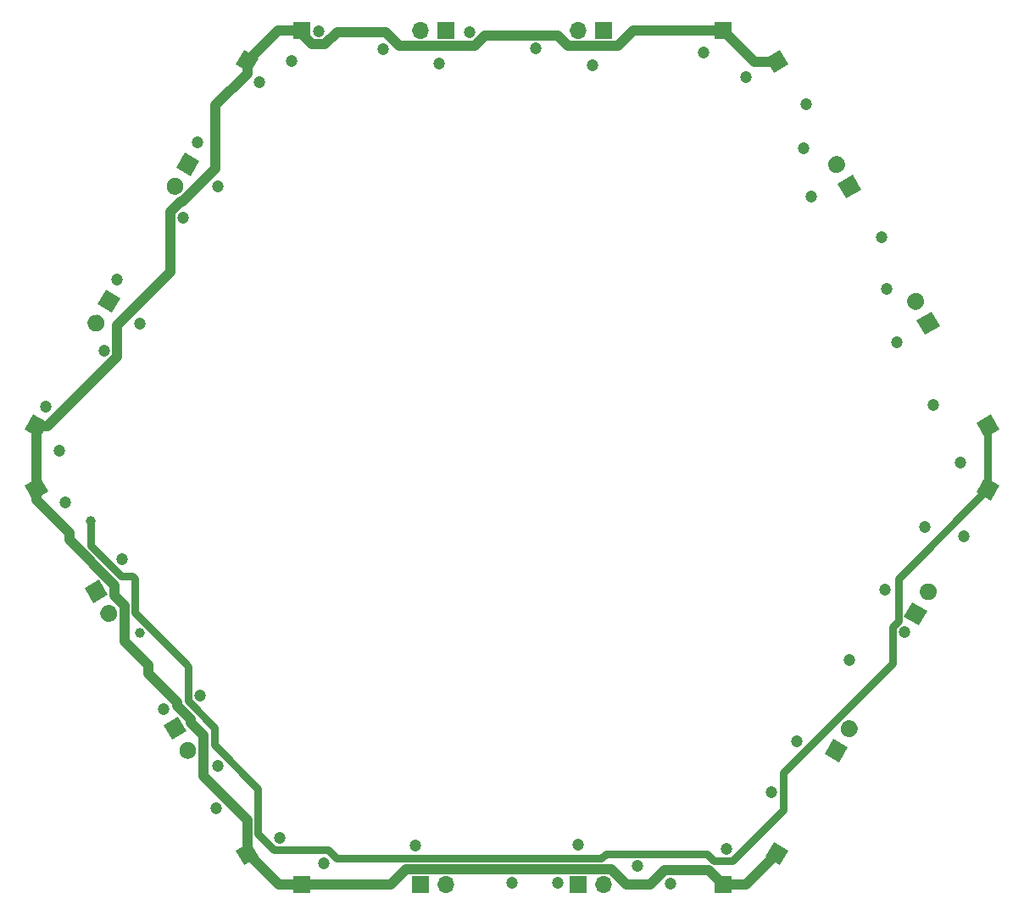
<source format=gbl>
%TF.GenerationSoftware,KiCad,Pcbnew,(5.1.6-0-10_14)*%
%TF.CreationDate,2022-03-25T15:42:39-05:00*%
%TF.ProjectId,ws2812b_hexagon_BACKUP_20220323,77733238-3132-4625-9f68-657861676f6e,rev?*%
%TF.SameCoordinates,Original*%
%TF.FileFunction,Copper,L4,Bot*%
%TF.FilePolarity,Positive*%
%FSLAX46Y46*%
G04 Gerber Fmt 4.6, Leading zero omitted, Abs format (unit mm)*
G04 Created by KiCad (PCBNEW (5.1.6-0-10_14)) date 2022-03-25 15:42:39*
%MOMM*%
%LPD*%
G01*
G04 APERTURE LIST*
%TA.AperFunction,ComponentPad*%
%ADD10C,0.100000*%
%TD*%
%TA.AperFunction,ComponentPad*%
%ADD11R,1.700000X1.700000*%
%TD*%
%TA.AperFunction,ComponentPad*%
%ADD12O,1.700000X1.700000*%
%TD*%
%TA.AperFunction,ViaPad*%
%ADD13C,1.200000*%
%TD*%
%TA.AperFunction,ViaPad*%
%ADD14C,1.000000*%
%TD*%
%TA.AperFunction,Conductor*%
%ADD15C,0.250000*%
%TD*%
%TA.AperFunction,Conductor*%
%ADD16C,1.000000*%
%TD*%
%TA.AperFunction,Conductor*%
%ADD17C,0.750000*%
%TD*%
G04 APERTURE END LIST*
%TO.P,J22,2*%
%TO.N,GND*%
%TA.AperFunction,ComponentPad*%
G36*
G01*
X132110329Y-136301694D02*
X132110329Y-136301694D01*
G75*
G02*
X132421451Y-135140572I736122J425000D01*
G01*
X132421451Y-135140572D01*
G75*
G02*
X133582573Y-135451694I425000J-736122D01*
G01*
X133582573Y-135451694D01*
G75*
G02*
X133271451Y-136612816I-736122J-425000D01*
G01*
X133271451Y-136612816D01*
G75*
G02*
X132110329Y-136301694I-425000J736122D01*
G01*
G37*
%TD.AperFunction*%
%TA.AperFunction,ComponentPad*%
D10*
%TO.P,J22,1*%
%TO.N,+5V*%
G36*
X131265329Y-134838111D02*
G01*
X130415329Y-133365867D01*
X131887573Y-132515867D01*
X132737573Y-133988111D01*
X131265329Y-134838111D01*
G37*
%TD.AperFunction*%
%TD*%
D11*
%TO.P,J18,1*%
%TO.N,+5V*%
X171862651Y-149293748D03*
D12*
%TO.P,J18,2*%
%TO.N,GND*%
X174402651Y-149293748D03*
%TD*%
D11*
%TO.P,J17,1*%
%TO.N,/in*%
X186284307Y-149292789D03*
%TD*%
%TO.P,J20,1*%
%TO.N,/in*%
X144197683Y-149296615D03*
%TD*%
%TA.AperFunction,ComponentPad*%
D10*
%TO.P,J21,1*%
%TO.N,/in*%
G36*
X139099231Y-145004909D02*
G01*
X139949231Y-146477153D01*
X138476987Y-147327153D01*
X137626987Y-145854909D01*
X139099231Y-145004909D01*
G37*
%TD.AperFunction*%
%TD*%
%TA.AperFunction,ComponentPad*%
%TO.P,J23,1*%
%TO.N,GND*%
G36*
X123368103Y-121156510D02*
G01*
X122518103Y-119684266D01*
X123990347Y-118834266D01*
X124840347Y-120306510D01*
X123368103Y-121156510D01*
G37*
%TD.AperFunction*%
%TO.P,J23,2*%
%TO.N,+5V*%
%TA.AperFunction,ComponentPad*%
G36*
G01*
X124213103Y-122620093D02*
X124213103Y-122620093D01*
G75*
G02*
X124524225Y-121458971I736122J425000D01*
G01*
X124524225Y-121458971D01*
G75*
G02*
X125685347Y-121770093I425000J-736122D01*
G01*
X125685347Y-121770093D01*
G75*
G02*
X125374225Y-122931215I-736122J-425000D01*
G01*
X125374225Y-122931215D01*
G75*
G02*
X124213103Y-122620093I-425000J736122D01*
G01*
G37*
%TD.AperFunction*%
%TD*%
%TA.AperFunction,ComponentPad*%
%TO.P,J24,1*%
%TO.N,/in*%
G36*
X118052605Y-108558736D02*
G01*
X118902605Y-110030980D01*
X117430361Y-110880980D01*
X116580361Y-109408736D01*
X118052605Y-108558736D01*
G37*
%TD.AperFunction*%
%TD*%
D12*
%TO.P,J19,2*%
%TO.N,+5V*%
X158605424Y-149292147D03*
D11*
%TO.P,J19,1*%
%TO.N,GND*%
X156065424Y-149292147D03*
%TD*%
%TO.P,J14,2*%
%TO.N,GND*%
%TA.AperFunction,ComponentPad*%
G36*
G01*
X207541395Y-120448840D02*
X207541395Y-120448840D01*
G75*
G02*
X206380273Y-120759962I-736122J425000D01*
G01*
X206380273Y-120759962D01*
G75*
G02*
X206069151Y-119598840I425000J736122D01*
G01*
X206069151Y-119598840D01*
G75*
G02*
X207230273Y-119287718I736122J-425000D01*
G01*
X207230273Y-119287718D01*
G75*
G02*
X207541395Y-120448840I-425000J-736122D01*
G01*
G37*
%TD.AperFunction*%
%TA.AperFunction,ComponentPad*%
D10*
%TO.P,J14,1*%
%TO.N,+5V*%
G36*
X206696395Y-121912423D02*
G01*
X205846395Y-123384667D01*
X204374151Y-122534667D01*
X205224151Y-121062423D01*
X206696395Y-121912423D01*
G37*
%TD.AperFunction*%
%TD*%
%TA.AperFunction,ComponentPad*%
%TO.P,J15,1*%
%TO.N,GND*%
G36*
X198796395Y-135592422D02*
G01*
X197946395Y-137064666D01*
X196474151Y-136214666D01*
X197324151Y-134742422D01*
X198796395Y-135592422D01*
G37*
%TD.AperFunction*%
%TO.P,J15,2*%
%TO.N,+5V*%
%TA.AperFunction,ComponentPad*%
G36*
G01*
X199641395Y-134128839D02*
X199641395Y-134128839D01*
G75*
G02*
X198480273Y-134439961I-736122J425000D01*
G01*
X198480273Y-134439961D01*
G75*
G02*
X198169151Y-133278839I425000J736122D01*
G01*
X198169151Y-133278839D01*
G75*
G02*
X199330273Y-132967717I736122J-425000D01*
G01*
X199330273Y-132967717D01*
G75*
G02*
X199641395Y-134128839I-425000J-736122D01*
G01*
G37*
%TD.AperFunction*%
%TD*%
%TA.AperFunction,ComponentPad*%
%TO.P,J13,1*%
%TO.N,/out*%
G36*
X211584150Y-110044667D02*
G01*
X212434150Y-108572423D01*
X213906394Y-109422423D01*
X213056394Y-110894667D01*
X211584150Y-110044667D01*
G37*
%TD.AperFunction*%
%TD*%
%TA.AperFunction,ComponentPad*%
%TO.P,J16,1*%
%TO.N,/in*%
G36*
X190544151Y-146494666D02*
G01*
X191394151Y-145022422D01*
X192866395Y-145872422D01*
X192016395Y-147344666D01*
X190544151Y-146494666D01*
G37*
%TD.AperFunction*%
%TD*%
%TA.AperFunction,ComponentPad*%
%TO.P,J12,1*%
%TO.N,/out*%
G36*
X212440528Y-104644546D02*
G01*
X211590528Y-103172302D01*
X213062772Y-102322302D01*
X213912772Y-103794546D01*
X212440528Y-104644546D01*
G37*
%TD.AperFunction*%
%TD*%
%TA.AperFunction,ComponentPad*%
%TO.P,J9,1*%
%TO.N,/in*%
G36*
X191393903Y-68198374D02*
G01*
X190543903Y-66726130D01*
X192016147Y-65876130D01*
X192866147Y-67348374D01*
X191393903Y-68198374D01*
G37*
%TD.AperFunction*%
%TD*%
%TA.AperFunction,ComponentPad*%
%TO.P,J10,1*%
%TO.N,+5V*%
G36*
X199227805Y-78365171D02*
G01*
X200077805Y-79837415D01*
X198605561Y-80687415D01*
X197755561Y-79215171D01*
X199227805Y-78365171D01*
G37*
%TD.AperFunction*%
%TO.P,J10,2*%
%TO.N,GND*%
%TA.AperFunction,ComponentPad*%
G36*
G01*
X198382805Y-76901588D02*
X198382805Y-76901588D01*
G75*
G02*
X198071683Y-78062710I-736122J-425000D01*
G01*
X198071683Y-78062710D01*
G75*
G02*
X196910561Y-77751588I-425000J736122D01*
G01*
X196910561Y-77751588D01*
G75*
G02*
X197221683Y-76590466I736122J425000D01*
G01*
X197221683Y-76590466D01*
G75*
G02*
X198382805Y-76901588I425000J-736122D01*
G01*
G37*
%TD.AperFunction*%
%TD*%
%TO.P,J11,2*%
%TO.N,+5V*%
%TA.AperFunction,ComponentPad*%
G36*
G01*
X206280032Y-90583188D02*
X206280032Y-90583188D01*
G75*
G02*
X205968910Y-91744310I-736122J-425000D01*
G01*
X205968910Y-91744310D01*
G75*
G02*
X204807788Y-91433188I-425000J736122D01*
G01*
X204807788Y-91433188D01*
G75*
G02*
X205118910Y-90272066I736122J425000D01*
G01*
X205118910Y-90272066D01*
G75*
G02*
X206280032Y-90583188I425000J-736122D01*
G01*
G37*
%TD.AperFunction*%
%TA.AperFunction,ComponentPad*%
%TO.P,J11,1*%
%TO.N,GND*%
G36*
X207125032Y-92046771D02*
G01*
X207975032Y-93519015D01*
X206502788Y-94369015D01*
X205652788Y-92896771D01*
X207125032Y-92046771D01*
G37*
%TD.AperFunction*%
%TD*%
D12*
%TO.P,J6,2*%
%TO.N,GND*%
X156074808Y-63896332D03*
D11*
%TO.P,J6,1*%
%TO.N,+5V*%
X158614808Y-63896332D03*
%TD*%
%TO.P,J7,1*%
%TO.N,GND*%
X174412035Y-63897933D03*
D12*
%TO.P,J7,2*%
%TO.N,+5V*%
X171872035Y-63897933D03*
%TD*%
D11*
%TO.P,J5,1*%
%TO.N,/in*%
X144193151Y-63897289D03*
%TD*%
%TO.P,J8,1*%
%TO.N,/in*%
X186279776Y-63893464D03*
%TD*%
%TA.AperFunction,ComponentPad*%
D10*
%TO.P,J4,1*%
%TO.N,/in*%
G36*
X139938321Y-66705704D02*
G01*
X139088321Y-68177948D01*
X137616077Y-67327948D01*
X138466077Y-65855704D01*
X139938321Y-66705704D01*
G37*
%TD.AperFunction*%
%TD*%
%TA.AperFunction,ComponentPad*%
%TO.P,J1,1*%
%TO.N,/in*%
G36*
X118898322Y-103155702D02*
G01*
X118048322Y-104627946D01*
X116576078Y-103777946D01*
X117426078Y-102305702D01*
X118898322Y-103155702D01*
G37*
%TD.AperFunction*%
%TD*%
%TA.AperFunction,ComponentPad*%
%TO.P,J2,1*%
%TO.N,+5V*%
G36*
X123786076Y-91287947D02*
G01*
X124636076Y-89815703D01*
X126108320Y-90665703D01*
X125258320Y-92137947D01*
X123786076Y-91287947D01*
G37*
%TD.AperFunction*%
%TO.P,J2,2*%
%TO.N,GND*%
%TA.AperFunction,ComponentPad*%
G36*
G01*
X122941076Y-92751530D02*
X122941076Y-92751530D01*
G75*
G02*
X124102198Y-92440408I736122J-425000D01*
G01*
X124102198Y-92440408D01*
G75*
G02*
X124413320Y-93601530I-425000J-736122D01*
G01*
X124413320Y-93601530D01*
G75*
G02*
X123252198Y-93912652I-736122J425000D01*
G01*
X123252198Y-93912652D01*
G75*
G02*
X122941076Y-92751530I425000J736122D01*
G01*
G37*
%TD.AperFunction*%
%TD*%
%TO.P,J3,2*%
%TO.N,+5V*%
%TA.AperFunction,ComponentPad*%
G36*
G01*
X130841076Y-79071531D02*
X130841076Y-79071531D01*
G75*
G02*
X132002198Y-78760409I736122J-425000D01*
G01*
X132002198Y-78760409D01*
G75*
G02*
X132313320Y-79921531I-425000J-736122D01*
G01*
X132313320Y-79921531D01*
G75*
G02*
X131152198Y-80232653I-736122J425000D01*
G01*
X131152198Y-80232653D01*
G75*
G02*
X130841076Y-79071531I425000J736122D01*
G01*
G37*
%TD.AperFunction*%
%TA.AperFunction,ComponentPad*%
%TO.P,J3,1*%
%TO.N,GND*%
G36*
X131686076Y-77607948D02*
G01*
X132536076Y-76135704D01*
X134008320Y-76985704D01*
X133158320Y-78457948D01*
X131686076Y-77607948D01*
G37*
%TD.AperFunction*%
%TD*%
D13*
%TO.N,GND*%
X118640000Y-101525145D03*
X125800000Y-88835146D03*
X133780000Y-75115145D03*
X145898181Y-64021819D03*
X160975216Y-64075216D03*
X194619336Y-71330664D03*
X202180000Y-84567209D03*
X210320000Y-114500000D03*
X204390000Y-124070000D03*
X181098606Y-149171394D03*
X169842002Y-149117998D03*
X135690000Y-141698488D03*
X130470000Y-131730000D03*
X120030000Y-105890000D03*
X128020000Y-93260000D03*
X135810000Y-79540000D03*
X143200000Y-67010000D03*
X157910000Y-67210000D03*
X173250000Y-67390000D03*
X188560000Y-68560000D03*
X195145000Y-80555000D03*
X203640000Y-95120000D03*
X202515000Y-119845000D03*
X193690000Y-134940000D03*
X186680000Y-145730000D03*
X171860000Y-145330000D03*
X141990000Y-144620000D03*
X134050000Y-130370000D03*
X126310000Y-116790000D03*
X210025000Y-107095000D03*
X155570000Y-145410000D03*
%TO.N,+5V*%
X124490000Y-95920000D03*
X132417840Y-82657840D03*
X140027839Y-69102161D03*
X152396174Y-65763826D03*
X167610000Y-65720000D03*
X184340000Y-66110000D03*
X194385000Y-75725000D03*
X202670000Y-89770000D03*
X206470000Y-113560000D03*
X198900000Y-126840000D03*
X177730000Y-147380000D03*
X146470000Y-147190000D03*
X135880000Y-137430000D03*
X120595000Y-111105000D03*
X207320000Y-101381027D03*
X165210000Y-149090000D03*
D14*
X128019478Y-124119478D03*
D13*
X191140000Y-140010000D03*
D14*
%TO.N,/out*%
X123110000Y-112960000D03*
%TD*%
D15*
%TO.N,/in*%
X117737200Y-103466824D02*
X118067323Y-103466824D01*
D16*
X141896736Y-63897289D02*
X138777199Y-67016826D01*
X144193151Y-63897289D02*
X141896736Y-63897289D01*
X118867178Y-103466824D02*
X117737200Y-103466824D01*
X125790001Y-93357729D02*
X125790001Y-96544001D01*
X125790001Y-96544001D02*
X118867178Y-103466824D01*
X131117839Y-82033839D02*
X131117839Y-88029891D01*
X135607065Y-77760666D02*
X132321199Y-81046532D01*
X131117839Y-88029891D02*
X125790001Y-93357729D01*
X135607065Y-71382935D02*
X135607065Y-77760666D01*
X132105146Y-81046532D02*
X131117839Y-82033839D01*
X132321199Y-81046532D02*
X132105146Y-81046532D01*
X138777199Y-68212801D02*
X135607065Y-71382935D01*
X138777199Y-67016826D02*
X138777199Y-68212801D01*
X117737200Y-109715575D02*
X117741483Y-109719858D01*
X117737200Y-103466824D02*
X117737200Y-109715575D01*
X141918693Y-149296615D02*
X138788109Y-146166031D01*
X144197683Y-149296615D02*
X141918693Y-149296615D01*
X184862911Y-147871393D02*
X186284307Y-149292789D01*
X179053209Y-149292789D02*
X180474605Y-147871393D01*
X176695694Y-149292789D02*
X179053209Y-149292789D01*
X175145051Y-147742146D02*
X176695694Y-149292789D01*
X154655423Y-147742146D02*
X175145051Y-147742146D01*
X144738787Y-149292789D02*
X153104780Y-149292789D01*
X153104780Y-149292789D02*
X154655423Y-147742146D01*
X180474605Y-147871393D02*
X184862911Y-147871393D01*
X188596028Y-149292789D02*
X191705273Y-146183544D01*
X186284307Y-149292789D02*
X188596028Y-149292789D01*
X189423564Y-67037252D02*
X186279776Y-63893464D01*
X191705025Y-67037252D02*
X189423564Y-67037252D01*
X191705273Y-146183544D02*
X191705273Y-146174727D01*
X117741483Y-110872226D02*
X117741483Y-109719858D01*
X120996047Y-114126790D02*
X117741483Y-110872226D01*
X120996047Y-114850000D02*
X120996047Y-114126790D01*
X125540357Y-119394310D02*
X120996047Y-114850000D01*
X126499226Y-121379226D02*
X125540357Y-120420357D01*
X126499226Y-124979226D02*
X126499226Y-121379226D01*
X128884002Y-128220000D02*
X128884002Y-127364002D01*
X131770001Y-131105999D02*
X128884002Y-128220000D01*
X131770001Y-131408329D02*
X131770001Y-131105999D01*
X134396452Y-134410182D02*
X133129999Y-133143729D01*
X133129999Y-132768327D02*
X131770001Y-131408329D01*
X134396452Y-138480938D02*
X134396452Y-134410182D01*
X125540357Y-120420357D02*
X125540357Y-119394310D01*
X133129999Y-133143729D02*
X133129999Y-132768327D01*
X128884002Y-127364002D02*
X126499226Y-124979226D01*
X138788109Y-146166031D02*
X138788109Y-142872595D01*
X138788109Y-142872595D02*
X134396452Y-138480938D01*
X147784002Y-64060000D02*
X146522182Y-65321820D01*
X146522182Y-65321820D02*
X145274180Y-65321820D01*
X152616350Y-64060000D02*
X147784002Y-64060000D01*
X145274180Y-65321820D02*
X144193151Y-64240791D01*
X154002683Y-65446333D02*
X152616350Y-64060000D01*
X162554435Y-64419999D02*
X161528101Y-65446333D01*
X169829999Y-64419999D02*
X162554435Y-64419999D01*
X161528101Y-65446333D02*
X154002683Y-65446333D01*
X170857934Y-65447934D02*
X169829999Y-64419999D01*
X175822036Y-65447934D02*
X170857934Y-65447934D01*
X144193151Y-64240791D02*
X144193151Y-63897289D01*
X177376506Y-63893464D02*
X175822036Y-65447934D01*
X186279776Y-63893464D02*
X177376506Y-63893464D01*
%TO.N,/out*%
X212745272Y-103489802D02*
X212751650Y-103483424D01*
D17*
X212751650Y-109727167D02*
X212745272Y-109733545D01*
X212751650Y-103483424D02*
X212751650Y-109727167D01*
X132845011Y-130945011D02*
X132845011Y-127505037D01*
X135471462Y-133571462D02*
X132845011Y-130945011D01*
X135471462Y-135282460D02*
X135471462Y-133571462D01*
X126175999Y-118445001D02*
X123110000Y-115379002D01*
X139863119Y-144232121D02*
X139863119Y-139674117D01*
X141425999Y-145795001D02*
X139863119Y-144232121D01*
X174152864Y-146667136D02*
X147686138Y-146667136D01*
X174615001Y-146204999D02*
X174152864Y-146667136D01*
X184716810Y-146204999D02*
X174615001Y-146204999D01*
X185416812Y-146905001D02*
X184716810Y-146204999D01*
X187244001Y-146905001D02*
X185416812Y-146905001D01*
X192315001Y-141834001D02*
X187244001Y-146905001D01*
X192315001Y-138081262D02*
X192315001Y-141834001D01*
X139863119Y-139674117D02*
X135471462Y-135282460D01*
X203214999Y-127181264D02*
X192315001Y-138081262D01*
X146814003Y-145795001D02*
X141425999Y-145795001D01*
X203214999Y-123505999D02*
X203214999Y-127181264D01*
X203799141Y-122921857D02*
X203214999Y-123505999D01*
X127304001Y-118445001D02*
X126175999Y-118445001D01*
X147686138Y-146667136D02*
X146814003Y-145795001D01*
X203799141Y-118679676D02*
X203799141Y-122921857D01*
X123110000Y-115379002D02*
X123110000Y-112960000D01*
X212745272Y-109733545D02*
X203799141Y-118679676D01*
X127574236Y-122083234D02*
X132638290Y-127147288D01*
X127574236Y-118715236D02*
X127574236Y-122083234D01*
X132638290Y-127147288D02*
X132845012Y-127505037D01*
X127304001Y-118445001D02*
X127574236Y-118715236D01*
%TD*%
M02*

</source>
